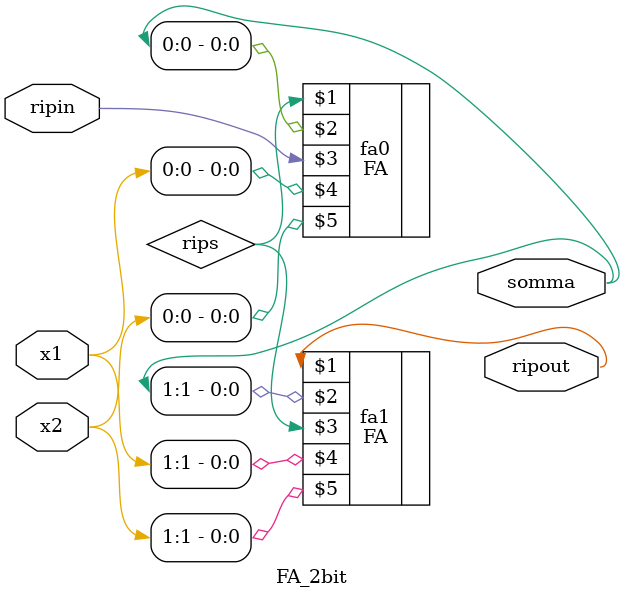
<source format=v>
module FA_2bit(output ripout, output [1:0]somma, input ripin, input [1:0]x1, input [1:0]x2);
    wire rips;

    FA fa0(rips, somma[0], ripin, x1[0], x2[0]);
    FA fa1(ripout, somma[1], rips, x1[1], x2[1]);
endmodule
</source>
